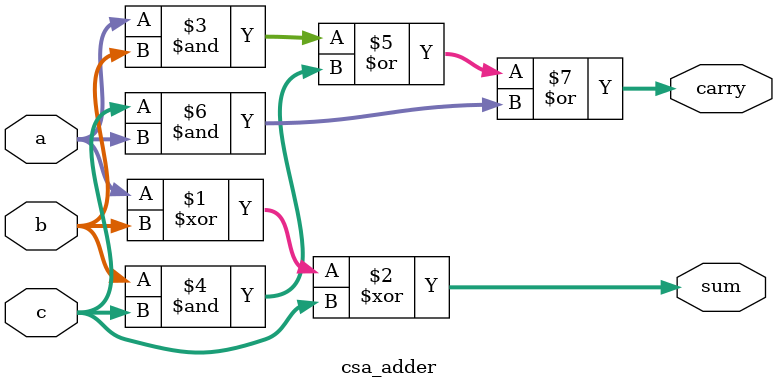
<source format=v>
module carry_save_multiplier(
  input [3:0] a, b,
  output [7:0] product
);

  wire [3:0] pp0, pp1, pp2, pp3;
  wire [4:0] s1, s2, s3;
  wire [4:0] c1, c2, c3;

  assign pp0 = a[0] ? b : 4'b0000;
  assign pp1 = a[1] ? {b, 1'b0} : 5'b00000;
  assign pp2 = a[2] ? {b, 2'b00} : 6'b000000;
  assign pp3 = a[3] ? {b, 3'b000} : 7'b0000000;

  csa_adder csa1(pp0, pp1[4:1], pp2[4:1], s1, c1);
  csa_adder csa2(s1[4:1], c1[3:0], pp3[4:1], s2, c2);
  csa_adder csa3(s2[4:1], c2[3:0], {1'b0, pp3[6:4]}, s3, c3);

  assign product = {s3, s2[0], s1[0], pp0[0]};

endmodule

module csa_adder(
  input [3:0] a, b, c,
  output [4:0] sum,
  output [3:0] carry
);

  assign sum = a ^ b ^ c;
  assign carry = (a & b) | (b & c) | (c & a);

endmodule

</source>
